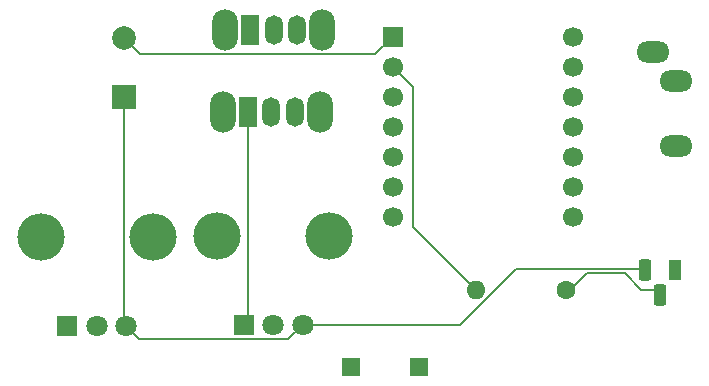
<source format=gbr>
%TF.GenerationSoftware,KiCad,Pcbnew,8.0.5*%
%TF.CreationDate,2025-07-21T17:19:05-07:00*%
%TF.ProjectId,Penguin_Paddle,50656e67-7569-46e5-9f50-6164646c652e, 4*%
%TF.SameCoordinates,Original*%
%TF.FileFunction,Copper,L2,Bot*%
%TF.FilePolarity,Positive*%
%FSLAX46Y46*%
G04 Gerber Fmt 4.6, Leading zero omitted, Abs format (unit mm)*
G04 Created by KiCad (PCBNEW 8.0.5) date 2025-07-21 17:19:05*
%MOMM*%
%LPD*%
G01*
G04 APERTURE LIST*
G04 Aperture macros list*
%AMRoundRect*
0 Rectangle with rounded corners*
0 $1 Rounding radius*
0 $2 $3 $4 $5 $6 $7 $8 $9 X,Y pos of 4 corners*
0 Add a 4 corners polygon primitive as box body*
4,1,4,$2,$3,$4,$5,$6,$7,$8,$9,$2,$3,0*
0 Add four circle primitives for the rounded corners*
1,1,$1+$1,$2,$3*
1,1,$1+$1,$4,$5*
1,1,$1+$1,$6,$7*
1,1,$1+$1,$8,$9*
0 Add four rect primitives between the rounded corners*
20,1,$1+$1,$2,$3,$4,$5,0*
20,1,$1+$1,$4,$5,$6,$7,0*
20,1,$1+$1,$6,$7,$8,$9,0*
20,1,$1+$1,$8,$9,$2,$3,0*%
G04 Aperture macros list end*
%TA.AperFunction,ComponentPad*%
%ADD10RoundRect,0.250000X-0.550000X-0.550000X0.550000X-0.550000X0.550000X0.550000X-0.550000X0.550000X0*%
%TD*%
%TA.AperFunction,ComponentPad*%
%ADD11R,1.100000X1.800000*%
%TD*%
%TA.AperFunction,ComponentPad*%
%ADD12RoundRect,0.275000X0.275000X0.625000X-0.275000X0.625000X-0.275000X-0.625000X0.275000X-0.625000X0*%
%TD*%
%TA.AperFunction,ComponentPad*%
%ADD13O,4.000000X4.000000*%
%TD*%
%TA.AperFunction,ComponentPad*%
%ADD14R,1.800000X1.800000*%
%TD*%
%TA.AperFunction,ComponentPad*%
%ADD15C,1.800000*%
%TD*%
%TA.AperFunction,ComponentPad*%
%ADD16R,1.700000X1.700000*%
%TD*%
%TA.AperFunction,ComponentPad*%
%ADD17C,1.700000*%
%TD*%
%TA.AperFunction,ComponentPad*%
%ADD18O,2.800000X1.800000*%
%TD*%
%TA.AperFunction,ComponentPad*%
%ADD19R,2.000000X2.000000*%
%TD*%
%TA.AperFunction,ComponentPad*%
%ADD20C,2.000000*%
%TD*%
%TA.AperFunction,ComponentPad*%
%ADD21C,1.600000*%
%TD*%
%TA.AperFunction,ComponentPad*%
%ADD22O,1.600000X1.600000*%
%TD*%
%TA.AperFunction,ComponentPad*%
%ADD23O,2.200000X3.500000*%
%TD*%
%TA.AperFunction,ComponentPad*%
%ADD24R,1.500000X2.500000*%
%TD*%
%TA.AperFunction,ComponentPad*%
%ADD25O,1.500000X2.500000*%
%TD*%
%TA.AperFunction,Conductor*%
%ADD26C,0.200000*%
%TD*%
G04 APERTURE END LIST*
D10*
%TO.P,J3,1,Pin_1*%
%TO.N,Net-(J3-Pin_1)*%
X221410000Y-113480000D03*
%TD*%
D11*
%TO.P,Q1,1,C*%
%TO.N,Net-(Q1-C)*%
X248870000Y-105260000D03*
D12*
%TO.P,Q1,2,B*%
%TO.N,Net-(Q1-B)*%
X247600000Y-107330000D03*
%TO.P,Q1,3,E*%
%TO.N,GND*%
X246330000Y-105260000D03*
%TD*%
D13*
%TO.P,RV2,*%
%TO.N,*%
X195140000Y-102485000D03*
X204640000Y-102485000D03*
D14*
%TO.P,RV2,1,1*%
%TO.N,+3V3*%
X197390000Y-109985000D03*
D15*
%TO.P,RV2,2,2*%
%TO.N,Net-(U1-GPIO5{slash}D4{slash}I2C_SDA)*%
X199890000Y-109985000D03*
%TO.P,RV2,3,3*%
%TO.N,GND*%
X202390000Y-109985000D03*
%TD*%
D13*
%TO.P,RV1,*%
%TO.N,*%
X210080000Y-102355000D03*
X219580000Y-102355000D03*
D14*
%TO.P,RV1,1,1*%
%TO.N,+3V3*%
X212330000Y-109855000D03*
D15*
%TO.P,RV1,2,2*%
%TO.N,Net-(U1-GPIO9{slash}D5{slash}I2C_SCL)*%
X214830000Y-109855000D03*
%TO.P,RV1,3,3*%
%TO.N,GND*%
X217330000Y-109855000D03*
%TD*%
D16*
%TO.P,U1,1,GPIO1/D0/A0*%
%TO.N,Net-(U1-GPIO1{slash}D0{slash}A0)*%
X224980000Y-85480000D03*
D17*
%TO.P,U1,2,GPIO2/DA/A1*%
%TO.N,Net-(U1-GPIO2{slash}DA{slash}A1)*%
X224980000Y-88020000D03*
%TO.P,U1,3,GPIO3/D2/A2*%
%TO.N,Net-(SW1-B)*%
X224980000Y-90560000D03*
%TO.P,U1,4,GPIO4/D3/A3*%
%TO.N,Net-(SW2-B)*%
X224980000Y-93100000D03*
%TO.P,U1,5,GPIO5/D4/I2C_SDA*%
%TO.N,Net-(U1-GPIO5{slash}D4{slash}I2C_SDA)*%
X224980000Y-95640000D03*
%TO.P,U1,6,GPIO9/D5/I2C_SCL*%
%TO.N,Net-(U1-GPIO9{slash}D5{slash}I2C_SCL)*%
X224980000Y-98180000D03*
%TO.P,U1,7,U0TXD/D6/TX*%
%TO.N,unconnected-(U1-U0TXD{slash}D6{slash}TX-Pad7)*%
X224980000Y-100720000D03*
%TO.P,U1,8,U0RXD/D7/RX*%
%TO.N,unconnected-(U1-U0RXD{slash}D7{slash}RX-Pad8)*%
X240230000Y-100720000D03*
%TO.P,U1,9,GPIO7/D8/A8/SCK*%
%TO.N,Net-(J1-Pin_1)*%
X240230000Y-98180000D03*
%TO.P,U1,10,GPIO8/D9/A9/MISO*%
%TO.N,Net-(J3-Pin_1)*%
X240230000Y-95640000D03*
%TO.P,U1,11,GPIO9/D10/A10/MOSI*%
%TO.N,unconnected-(U1-GPIO9{slash}D10{slash}A10{slash}MOSI-Pad11)*%
X240230000Y-93100000D03*
%TO.P,U1,12,VCC_3V3*%
%TO.N,+3V3*%
X240230000Y-90560000D03*
%TO.P,U1,13,GND*%
%TO.N,GND*%
X240230000Y-88020000D03*
%TO.P,U1,14,VBUS*%
%TO.N,unconnected-(U1-VBUS-Pad14)*%
X240230000Y-85480000D03*
%TD*%
D10*
%TO.P,J1,1,Pin_1*%
%TO.N,Net-(J1-Pin_1)*%
X227170000Y-113460000D03*
%TD*%
D18*
%TO.P,J2,R*%
%TO.N,Net-(Q1-C)*%
X248960000Y-94700000D03*
%TO.P,J2,S*%
X246960000Y-86800000D03*
%TO.P,J2,T*%
X248960000Y-89200000D03*
%TD*%
D19*
%TO.P,LS1,1*%
%TO.N,GND*%
X202170000Y-90580000D03*
D20*
%TO.P,LS1,2*%
%TO.N,Net-(U1-GPIO1{slash}D0{slash}A0)*%
X202170000Y-85580000D03*
%TD*%
D21*
%TO.P,R1,1*%
%TO.N,Net-(Q1-B)*%
X239650000Y-106960000D03*
D22*
%TO.P,R1,2*%
%TO.N,Net-(U1-GPIO2{slash}DA{slash}A1)*%
X232030000Y-106960000D03*
%TD*%
D23*
%TO.P,SW2,*%
%TO.N,*%
X210580000Y-91840000D03*
X218780000Y-91840000D03*
D24*
%TO.P,SW2,1,A*%
%TO.N,+3V3*%
X212680000Y-91840000D03*
D25*
%TO.P,SW2,2,B*%
%TO.N,Net-(SW2-B)*%
X214680000Y-91840000D03*
%TO.P,SW2,3*%
%TO.N,N/C*%
X216680000Y-91840000D03*
%TD*%
D23*
%TO.P,SW1,*%
%TO.N,*%
X210770000Y-84910000D03*
X218970000Y-84910000D03*
D24*
%TO.P,SW1,1,A*%
%TO.N,+3V3*%
X212870000Y-84910000D03*
D25*
%TO.P,SW1,2,B*%
%TO.N,Net-(SW1-B)*%
X214870000Y-84910000D03*
%TO.P,SW1,3*%
%TO.N,N/C*%
X216870000Y-84910000D03*
%TD*%
D26*
%TO.N,Net-(Q1-B)*%
X244590000Y-105520000D02*
X246000000Y-106930000D01*
X241370000Y-105520000D02*
X244590000Y-105520000D01*
X239930000Y-106960000D02*
X241370000Y-105520000D01*
X246000000Y-106930000D02*
X247600000Y-106930000D01*
%TO.N,GND*%
X216130000Y-111055000D02*
X217330000Y-109855000D01*
X202390000Y-109985000D02*
X203460000Y-111055000D01*
X235425635Y-105120000D02*
X230690635Y-109855000D01*
X202170000Y-90580000D02*
X202170000Y-109765000D01*
X230690635Y-109855000D02*
X217330000Y-109855000D01*
X245790000Y-105120000D02*
X235425635Y-105120000D01*
X246330000Y-105660000D02*
X245790000Y-105120000D01*
X202170000Y-109765000D02*
X202390000Y-109985000D01*
X203460000Y-111055000D02*
X216130000Y-111055000D01*
%TO.N,Net-(U1-GPIO2{slash}DA{slash}A1)*%
X226690000Y-89775000D02*
X225045000Y-88130000D01*
X225230000Y-88130000D02*
X225045000Y-88130000D01*
X226690000Y-101620000D02*
X226690000Y-89775000D01*
X232030000Y-106960000D02*
X226690000Y-101620000D01*
%TO.N,+3V3*%
X212330000Y-109855000D02*
X212680000Y-109505000D01*
X212680000Y-109505000D02*
X212680000Y-91840000D01*
%TO.N,Net-(U1-GPIO1{slash}D0{slash}A0)*%
X203550000Y-86960000D02*
X223500000Y-86960000D01*
X223500000Y-86960000D02*
X224980000Y-85480000D01*
X202170000Y-85580000D02*
X203550000Y-86960000D01*
%TD*%
M02*

</source>
